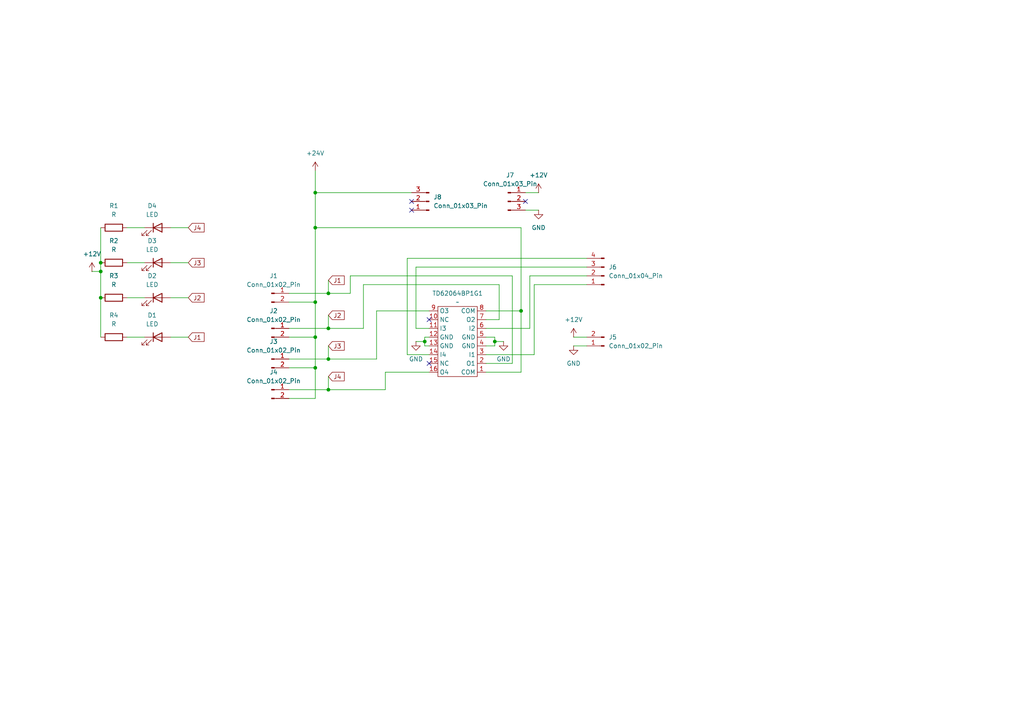
<source format=kicad_sch>
(kicad_sch
	(version 20231120)
	(generator "eeschema")
	(generator_version "8.0")
	(uuid "643de550-5f0e-4152-a015-9c955326e11c")
	(paper "A4")
	(lib_symbols
		(symbol "Connector:Conn_01x02_Pin"
			(pin_names
				(offset 1.016) hide)
			(exclude_from_sim no)
			(in_bom yes)
			(on_board yes)
			(property "Reference" "J"
				(at 0 2.54 0)
				(effects
					(font
						(size 1.27 1.27)
					)
				)
			)
			(property "Value" "Conn_01x02_Pin"
				(at 0 -5.08 0)
				(effects
					(font
						(size 1.27 1.27)
					)
				)
			)
			(property "Footprint" ""
				(at 0 0 0)
				(effects
					(font
						(size 1.27 1.27)
					)
					(hide yes)
				)
			)
			(property "Datasheet" "~"
				(at 0 0 0)
				(effects
					(font
						(size 1.27 1.27)
					)
					(hide yes)
				)
			)
			(property "Description" "Generic connector, single row, 01x02, script generated"
				(at 0 0 0)
				(effects
					(font
						(size 1.27 1.27)
					)
					(hide yes)
				)
			)
			(property "ki_locked" ""
				(at 0 0 0)
				(effects
					(font
						(size 1.27 1.27)
					)
				)
			)
			(property "ki_keywords" "connector"
				(at 0 0 0)
				(effects
					(font
						(size 1.27 1.27)
					)
					(hide yes)
				)
			)
			(property "ki_fp_filters" "Connector*:*_1x??_*"
				(at 0 0 0)
				(effects
					(font
						(size 1.27 1.27)
					)
					(hide yes)
				)
			)
			(symbol "Conn_01x02_Pin_1_1"
				(polyline
					(pts
						(xy 1.27 -2.54) (xy 0.8636 -2.54)
					)
					(stroke
						(width 0.1524)
						(type default)
					)
					(fill
						(type none)
					)
				)
				(polyline
					(pts
						(xy 1.27 0) (xy 0.8636 0)
					)
					(stroke
						(width 0.1524)
						(type default)
					)
					(fill
						(type none)
					)
				)
				(rectangle
					(start 0.8636 -2.413)
					(end 0 -2.667)
					(stroke
						(width 0.1524)
						(type default)
					)
					(fill
						(type outline)
					)
				)
				(rectangle
					(start 0.8636 0.127)
					(end 0 -0.127)
					(stroke
						(width 0.1524)
						(type default)
					)
					(fill
						(type outline)
					)
				)
				(pin passive line
					(at 5.08 0 180)
					(length 3.81)
					(name "Pin_1"
						(effects
							(font
								(size 1.27 1.27)
							)
						)
					)
					(number "1"
						(effects
							(font
								(size 1.27 1.27)
							)
						)
					)
				)
				(pin passive line
					(at 5.08 -2.54 180)
					(length 3.81)
					(name "Pin_2"
						(effects
							(font
								(size 1.27 1.27)
							)
						)
					)
					(number "2"
						(effects
							(font
								(size 1.27 1.27)
							)
						)
					)
				)
			)
		)
		(symbol "Connector:Conn_01x03_Pin"
			(pin_names
				(offset 1.016) hide)
			(exclude_from_sim no)
			(in_bom yes)
			(on_board yes)
			(property "Reference" "J"
				(at 0 5.08 0)
				(effects
					(font
						(size 1.27 1.27)
					)
				)
			)
			(property "Value" "Conn_01x03_Pin"
				(at 0 -5.08 0)
				(effects
					(font
						(size 1.27 1.27)
					)
				)
			)
			(property "Footprint" ""
				(at 0 0 0)
				(effects
					(font
						(size 1.27 1.27)
					)
					(hide yes)
				)
			)
			(property "Datasheet" "~"
				(at 0 0 0)
				(effects
					(font
						(size 1.27 1.27)
					)
					(hide yes)
				)
			)
			(property "Description" "Generic connector, single row, 01x03, script generated"
				(at 0 0 0)
				(effects
					(font
						(size 1.27 1.27)
					)
					(hide yes)
				)
			)
			(property "ki_locked" ""
				(at 0 0 0)
				(effects
					(font
						(size 1.27 1.27)
					)
				)
			)
			(property "ki_keywords" "connector"
				(at 0 0 0)
				(effects
					(font
						(size 1.27 1.27)
					)
					(hide yes)
				)
			)
			(property "ki_fp_filters" "Connector*:*_1x??_*"
				(at 0 0 0)
				(effects
					(font
						(size 1.27 1.27)
					)
					(hide yes)
				)
			)
			(symbol "Conn_01x03_Pin_1_1"
				(polyline
					(pts
						(xy 1.27 -2.54) (xy 0.8636 -2.54)
					)
					(stroke
						(width 0.1524)
						(type default)
					)
					(fill
						(type none)
					)
				)
				(polyline
					(pts
						(xy 1.27 0) (xy 0.8636 0)
					)
					(stroke
						(width 0.1524)
						(type default)
					)
					(fill
						(type none)
					)
				)
				(polyline
					(pts
						(xy 1.27 2.54) (xy 0.8636 2.54)
					)
					(stroke
						(width 0.1524)
						(type default)
					)
					(fill
						(type none)
					)
				)
				(rectangle
					(start 0.8636 -2.413)
					(end 0 -2.667)
					(stroke
						(width 0.1524)
						(type default)
					)
					(fill
						(type outline)
					)
				)
				(rectangle
					(start 0.8636 0.127)
					(end 0 -0.127)
					(stroke
						(width 0.1524)
						(type default)
					)
					(fill
						(type outline)
					)
				)
				(rectangle
					(start 0.8636 2.667)
					(end 0 2.413)
					(stroke
						(width 0.1524)
						(type default)
					)
					(fill
						(type outline)
					)
				)
				(pin passive line
					(at 5.08 2.54 180)
					(length 3.81)
					(name "Pin_1"
						(effects
							(font
								(size 1.27 1.27)
							)
						)
					)
					(number "1"
						(effects
							(font
								(size 1.27 1.27)
							)
						)
					)
				)
				(pin passive line
					(at 5.08 0 180)
					(length 3.81)
					(name "Pin_2"
						(effects
							(font
								(size 1.27 1.27)
							)
						)
					)
					(number "2"
						(effects
							(font
								(size 1.27 1.27)
							)
						)
					)
				)
				(pin passive line
					(at 5.08 -2.54 180)
					(length 3.81)
					(name "Pin_3"
						(effects
							(font
								(size 1.27 1.27)
							)
						)
					)
					(number "3"
						(effects
							(font
								(size 1.27 1.27)
							)
						)
					)
				)
			)
		)
		(symbol "Connector:Conn_01x04_Pin"
			(pin_names
				(offset 1.016) hide)
			(exclude_from_sim no)
			(in_bom yes)
			(on_board yes)
			(property "Reference" "J"
				(at 0 5.08 0)
				(effects
					(font
						(size 1.27 1.27)
					)
				)
			)
			(property "Value" "Conn_01x04_Pin"
				(at 0 -7.62 0)
				(effects
					(font
						(size 1.27 1.27)
					)
				)
			)
			(property "Footprint" ""
				(at 0 0 0)
				(effects
					(font
						(size 1.27 1.27)
					)
					(hide yes)
				)
			)
			(property "Datasheet" "~"
				(at 0 0 0)
				(effects
					(font
						(size 1.27 1.27)
					)
					(hide yes)
				)
			)
			(property "Description" "Generic connector, single row, 01x04, script generated"
				(at 0 0 0)
				(effects
					(font
						(size 1.27 1.27)
					)
					(hide yes)
				)
			)
			(property "ki_locked" ""
				(at 0 0 0)
				(effects
					(font
						(size 1.27 1.27)
					)
				)
			)
			(property "ki_keywords" "connector"
				(at 0 0 0)
				(effects
					(font
						(size 1.27 1.27)
					)
					(hide yes)
				)
			)
			(property "ki_fp_filters" "Connector*:*_1x??_*"
				(at 0 0 0)
				(effects
					(font
						(size 1.27 1.27)
					)
					(hide yes)
				)
			)
			(symbol "Conn_01x04_Pin_1_1"
				(polyline
					(pts
						(xy 1.27 -5.08) (xy 0.8636 -5.08)
					)
					(stroke
						(width 0.1524)
						(type default)
					)
					(fill
						(type none)
					)
				)
				(polyline
					(pts
						(xy 1.27 -2.54) (xy 0.8636 -2.54)
					)
					(stroke
						(width 0.1524)
						(type default)
					)
					(fill
						(type none)
					)
				)
				(polyline
					(pts
						(xy 1.27 0) (xy 0.8636 0)
					)
					(stroke
						(width 0.1524)
						(type default)
					)
					(fill
						(type none)
					)
				)
				(polyline
					(pts
						(xy 1.27 2.54) (xy 0.8636 2.54)
					)
					(stroke
						(width 0.1524)
						(type default)
					)
					(fill
						(type none)
					)
				)
				(rectangle
					(start 0.8636 -4.953)
					(end 0 -5.207)
					(stroke
						(width 0.1524)
						(type default)
					)
					(fill
						(type outline)
					)
				)
				(rectangle
					(start 0.8636 -2.413)
					(end 0 -2.667)
					(stroke
						(width 0.1524)
						(type default)
					)
					(fill
						(type outline)
					)
				)
				(rectangle
					(start 0.8636 0.127)
					(end 0 -0.127)
					(stroke
						(width 0.1524)
						(type default)
					)
					(fill
						(type outline)
					)
				)
				(rectangle
					(start 0.8636 2.667)
					(end 0 2.413)
					(stroke
						(width 0.1524)
						(type default)
					)
					(fill
						(type outline)
					)
				)
				(pin passive line
					(at 5.08 2.54 180)
					(length 3.81)
					(name "Pin_1"
						(effects
							(font
								(size 1.27 1.27)
							)
						)
					)
					(number "1"
						(effects
							(font
								(size 1.27 1.27)
							)
						)
					)
				)
				(pin passive line
					(at 5.08 0 180)
					(length 3.81)
					(name "Pin_2"
						(effects
							(font
								(size 1.27 1.27)
							)
						)
					)
					(number "2"
						(effects
							(font
								(size 1.27 1.27)
							)
						)
					)
				)
				(pin passive line
					(at 5.08 -2.54 180)
					(length 3.81)
					(name "Pin_3"
						(effects
							(font
								(size 1.27 1.27)
							)
						)
					)
					(number "3"
						(effects
							(font
								(size 1.27 1.27)
							)
						)
					)
				)
				(pin passive line
					(at 5.08 -5.08 180)
					(length 3.81)
					(name "Pin_4"
						(effects
							(font
								(size 1.27 1.27)
							)
						)
					)
					(number "4"
						(effects
							(font
								(size 1.27 1.27)
							)
						)
					)
				)
			)
		)
		(symbol "Device:LED"
			(pin_numbers hide)
			(pin_names
				(offset 1.016) hide)
			(exclude_from_sim no)
			(in_bom yes)
			(on_board yes)
			(property "Reference" "D"
				(at 0 2.54 0)
				(effects
					(font
						(size 1.27 1.27)
					)
				)
			)
			(property "Value" "LED"
				(at 0 -2.54 0)
				(effects
					(font
						(size 1.27 1.27)
					)
				)
			)
			(property "Footprint" ""
				(at 0 0 0)
				(effects
					(font
						(size 1.27 1.27)
					)
					(hide yes)
				)
			)
			(property "Datasheet" "~"
				(at 0 0 0)
				(effects
					(font
						(size 1.27 1.27)
					)
					(hide yes)
				)
			)
			(property "Description" "Light emitting diode"
				(at 0 0 0)
				(effects
					(font
						(size 1.27 1.27)
					)
					(hide yes)
				)
			)
			(property "ki_keywords" "LED diode"
				(at 0 0 0)
				(effects
					(font
						(size 1.27 1.27)
					)
					(hide yes)
				)
			)
			(property "ki_fp_filters" "LED* LED_SMD:* LED_THT:*"
				(at 0 0 0)
				(effects
					(font
						(size 1.27 1.27)
					)
					(hide yes)
				)
			)
			(symbol "LED_0_1"
				(polyline
					(pts
						(xy -1.27 -1.27) (xy -1.27 1.27)
					)
					(stroke
						(width 0.254)
						(type default)
					)
					(fill
						(type none)
					)
				)
				(polyline
					(pts
						(xy -1.27 0) (xy 1.27 0)
					)
					(stroke
						(width 0)
						(type default)
					)
					(fill
						(type none)
					)
				)
				(polyline
					(pts
						(xy 1.27 -1.27) (xy 1.27 1.27) (xy -1.27 0) (xy 1.27 -1.27)
					)
					(stroke
						(width 0.254)
						(type default)
					)
					(fill
						(type none)
					)
				)
				(polyline
					(pts
						(xy -3.048 -0.762) (xy -4.572 -2.286) (xy -3.81 -2.286) (xy -4.572 -2.286) (xy -4.572 -1.524)
					)
					(stroke
						(width 0)
						(type default)
					)
					(fill
						(type none)
					)
				)
				(polyline
					(pts
						(xy -1.778 -0.762) (xy -3.302 -2.286) (xy -2.54 -2.286) (xy -3.302 -2.286) (xy -3.302 -1.524)
					)
					(stroke
						(width 0)
						(type default)
					)
					(fill
						(type none)
					)
				)
			)
			(symbol "LED_1_1"
				(pin passive line
					(at -3.81 0 0)
					(length 2.54)
					(name "K"
						(effects
							(font
								(size 1.27 1.27)
							)
						)
					)
					(number "1"
						(effects
							(font
								(size 1.27 1.27)
							)
						)
					)
				)
				(pin passive line
					(at 3.81 0 180)
					(length 2.54)
					(name "A"
						(effects
							(font
								(size 1.27 1.27)
							)
						)
					)
					(number "2"
						(effects
							(font
								(size 1.27 1.27)
							)
						)
					)
				)
			)
		)
		(symbol "Device:R"
			(pin_numbers hide)
			(pin_names
				(offset 0)
			)
			(exclude_from_sim no)
			(in_bom yes)
			(on_board yes)
			(property "Reference" "R"
				(at 2.032 0 90)
				(effects
					(font
						(size 1.27 1.27)
					)
				)
			)
			(property "Value" "R"
				(at 0 0 90)
				(effects
					(font
						(size 1.27 1.27)
					)
				)
			)
			(property "Footprint" ""
				(at -1.778 0 90)
				(effects
					(font
						(size 1.27 1.27)
					)
					(hide yes)
				)
			)
			(property "Datasheet" "~"
				(at 0 0 0)
				(effects
					(font
						(size 1.27 1.27)
					)
					(hide yes)
				)
			)
			(property "Description" "Resistor"
				(at 0 0 0)
				(effects
					(font
						(size 1.27 1.27)
					)
					(hide yes)
				)
			)
			(property "ki_keywords" "R res resistor"
				(at 0 0 0)
				(effects
					(font
						(size 1.27 1.27)
					)
					(hide yes)
				)
			)
			(property "ki_fp_filters" "R_*"
				(at 0 0 0)
				(effects
					(font
						(size 1.27 1.27)
					)
					(hide yes)
				)
			)
			(symbol "R_0_1"
				(rectangle
					(start -1.016 -2.54)
					(end 1.016 2.54)
					(stroke
						(width 0.254)
						(type default)
					)
					(fill
						(type none)
					)
				)
			)
			(symbol "R_1_1"
				(pin passive line
					(at 0 3.81 270)
					(length 1.27)
					(name "~"
						(effects
							(font
								(size 1.27 1.27)
							)
						)
					)
					(number "1"
						(effects
							(font
								(size 1.27 1.27)
							)
						)
					)
				)
				(pin passive line
					(at 0 -3.81 90)
					(length 1.27)
					(name "~"
						(effects
							(font
								(size 1.27 1.27)
							)
						)
					)
					(number "2"
						(effects
							(font
								(size 1.27 1.27)
							)
						)
					)
				)
			)
		)
		(symbol "original:TD62064BP1G"
			(exclude_from_sim no)
			(in_bom yes)
			(on_board yes)
			(property "Reference" "TD62064BP1G"
				(at 6.35 6.35 0)
				(effects
					(font
						(size 1.27 1.27)
					)
				)
			)
			(property "Value" ""
				(at 0 0 0)
				(effects
					(font
						(size 1.27 1.27)
					)
				)
			)
			(property "Footprint" "Package_DIP:DIP-16_W7.62mm_Socket"
				(at 6.35 3.81 0)
				(effects
					(font
						(size 1.27 1.27)
					)
					(hide yes)
				)
			)
			(property "Datasheet" ""
				(at 0 0 0)
				(effects
					(font
						(size 1.27 1.27)
					)
					(hide yes)
				)
			)
			(property "Description" ""
				(at 0 0 0)
				(effects
					(font
						(size 1.27 1.27)
					)
					(hide yes)
				)
			)
			(symbol "TD62064BP1G_0_1"
				(rectangle
					(start 1.27 1.27)
					(end 12.7 -19.05)
					(stroke
						(width 0)
						(type default)
					)
					(fill
						(type none)
					)
				)
			)
			(symbol "TD62064BP1G_1_1"
				(pin input line
					(at 15.24 -17.78 180)
					(length 2.54)
					(name "COM"
						(effects
							(font
								(size 1.27 1.27)
							)
						)
					)
					(number "1"
						(effects
							(font
								(size 1.27 1.27)
							)
						)
					)
				)
				(pin free line
					(at -1.27 -2.54 0)
					(length 2.54)
					(name "NC"
						(effects
							(font
								(size 1.27 1.27)
							)
						)
					)
					(number "10"
						(effects
							(font
								(size 1.27 1.27)
							)
						)
					)
				)
				(pin input line
					(at -1.27 -5.08 0)
					(length 2.54)
					(name "I3"
						(effects
							(font
								(size 1.27 1.27)
							)
						)
					)
					(number "11"
						(effects
							(font
								(size 1.27 1.27)
							)
						)
					)
				)
				(pin free line
					(at -1.27 -7.62 0)
					(length 2.54)
					(name "GND"
						(effects
							(font
								(size 1.27 1.27)
							)
						)
					)
					(number "12"
						(effects
							(font
								(size 1.27 1.27)
							)
						)
					)
				)
				(pin free line
					(at -1.27 -10.16 0)
					(length 2.54)
					(name "GND"
						(effects
							(font
								(size 1.27 1.27)
							)
						)
					)
					(number "13"
						(effects
							(font
								(size 1.27 1.27)
							)
						)
					)
				)
				(pin input line
					(at -1.27 -12.7 0)
					(length 2.54)
					(name "I4"
						(effects
							(font
								(size 1.27 1.27)
							)
						)
					)
					(number "14"
						(effects
							(font
								(size 1.27 1.27)
							)
						)
					)
				)
				(pin free line
					(at -1.27 -15.24 0)
					(length 2.54)
					(name "NC"
						(effects
							(font
								(size 1.27 1.27)
							)
						)
					)
					(number "15"
						(effects
							(font
								(size 1.27 1.27)
							)
						)
					)
				)
				(pin output line
					(at -1.27 -17.78 0)
					(length 2.54)
					(name "O4"
						(effects
							(font
								(size 1.27 1.27)
							)
						)
					)
					(number "16"
						(effects
							(font
								(size 1.27 1.27)
							)
						)
					)
				)
				(pin output line
					(at 15.24 -15.24 180)
					(length 2.54)
					(name "O1"
						(effects
							(font
								(size 1.27 1.27)
							)
						)
					)
					(number "2"
						(effects
							(font
								(size 1.27 1.27)
							)
						)
					)
				)
				(pin input line
					(at 15.24 -12.7 180)
					(length 2.54)
					(name "I1"
						(effects
							(font
								(size 1.27 1.27)
							)
						)
					)
					(number "3"
						(effects
							(font
								(size 1.27 1.27)
							)
						)
					)
				)
				(pin free line
					(at 15.24 -10.16 180)
					(length 2.54)
					(name "GND"
						(effects
							(font
								(size 1.27 1.27)
							)
						)
					)
					(number "4"
						(effects
							(font
								(size 1.27 1.27)
							)
						)
					)
				)
				(pin free line
					(at 15.24 -7.62 180)
					(length 2.54)
					(name "GND"
						(effects
							(font
								(size 1.27 1.27)
							)
						)
					)
					(number "5"
						(effects
							(font
								(size 1.27 1.27)
							)
						)
					)
				)
				(pin input line
					(at 15.24 -5.08 180)
					(length 2.54)
					(name "I2"
						(effects
							(font
								(size 1.27 1.27)
							)
						)
					)
					(number "6"
						(effects
							(font
								(size 1.27 1.27)
							)
						)
					)
				)
				(pin output line
					(at 15.24 -2.54 180)
					(length 2.54)
					(name "O2"
						(effects
							(font
								(size 1.27 1.27)
							)
						)
					)
					(number "7"
						(effects
							(font
								(size 1.27 1.27)
							)
						)
					)
				)
				(pin input line
					(at 15.24 0 180)
					(length 2.54)
					(name "COM"
						(effects
							(font
								(size 1.27 1.27)
							)
						)
					)
					(number "8"
						(effects
							(font
								(size 1.27 1.27)
							)
						)
					)
				)
				(pin output line
					(at -1.27 0 0)
					(length 2.54)
					(name "O3"
						(effects
							(font
								(size 1.27 1.27)
							)
						)
					)
					(number "9"
						(effects
							(font
								(size 1.27 1.27)
							)
						)
					)
				)
			)
		)
		(symbol "power:+12V"
			(power)
			(pin_numbers hide)
			(pin_names
				(offset 0) hide)
			(exclude_from_sim no)
			(in_bom yes)
			(on_board yes)
			(property "Reference" "#PWR"
				(at 0 -3.81 0)
				(effects
					(font
						(size 1.27 1.27)
					)
					(hide yes)
				)
			)
			(property "Value" "+12V"
				(at 0 3.556 0)
				(effects
					(font
						(size 1.27 1.27)
					)
				)
			)
			(property "Footprint" ""
				(at 0 0 0)
				(effects
					(font
						(size 1.27 1.27)
					)
					(hide yes)
				)
			)
			(property "Datasheet" ""
				(at 0 0 0)
				(effects
					(font
						(size 1.27 1.27)
					)
					(hide yes)
				)
			)
			(property "Description" "Power symbol creates a global label with name \"+12V\""
				(at 0 0 0)
				(effects
					(font
						(size 1.27 1.27)
					)
					(hide yes)
				)
			)
			(property "ki_keywords" "global power"
				(at 0 0 0)
				(effects
					(font
						(size 1.27 1.27)
					)
					(hide yes)
				)
			)
			(symbol "+12V_0_1"
				(polyline
					(pts
						(xy -0.762 1.27) (xy 0 2.54)
					)
					(stroke
						(width 0)
						(type default)
					)
					(fill
						(type none)
					)
				)
				(polyline
					(pts
						(xy 0 0) (xy 0 2.54)
					)
					(stroke
						(width 0)
						(type default)
					)
					(fill
						(type none)
					)
				)
				(polyline
					(pts
						(xy 0 2.54) (xy 0.762 1.27)
					)
					(stroke
						(width 0)
						(type default)
					)
					(fill
						(type none)
					)
				)
			)
			(symbol "+12V_1_1"
				(pin power_in line
					(at 0 0 90)
					(length 0)
					(name "~"
						(effects
							(font
								(size 1.27 1.27)
							)
						)
					)
					(number "1"
						(effects
							(font
								(size 1.27 1.27)
							)
						)
					)
				)
			)
		)
		(symbol "power:+24V"
			(power)
			(pin_numbers hide)
			(pin_names
				(offset 0) hide)
			(exclude_from_sim no)
			(in_bom yes)
			(on_board yes)
			(property "Reference" "#PWR"
				(at 0 -3.81 0)
				(effects
					(font
						(size 1.27 1.27)
					)
					(hide yes)
				)
			)
			(property "Value" "+24V"
				(at 0 3.556 0)
				(effects
					(font
						(size 1.27 1.27)
					)
				)
			)
			(property "Footprint" ""
				(at 0 0 0)
				(effects
					(font
						(size 1.27 1.27)
					)
					(hide yes)
				)
			)
			(property "Datasheet" ""
				(at 0 0 0)
				(effects
					(font
						(size 1.27 1.27)
					)
					(hide yes)
				)
			)
			(property "Description" "Power symbol creates a global label with name \"+24V\""
				(at 0 0 0)
				(effects
					(font
						(size 1.27 1.27)
					)
					(hide yes)
				)
			)
			(property "ki_keywords" "global power"
				(at 0 0 0)
				(effects
					(font
						(size 1.27 1.27)
					)
					(hide yes)
				)
			)
			(symbol "+24V_0_1"
				(polyline
					(pts
						(xy -0.762 1.27) (xy 0 2.54)
					)
					(stroke
						(width 0)
						(type default)
					)
					(fill
						(type none)
					)
				)
				(polyline
					(pts
						(xy 0 0) (xy 0 2.54)
					)
					(stroke
						(width 0)
						(type default)
					)
					(fill
						(type none)
					)
				)
				(polyline
					(pts
						(xy 0 2.54) (xy 0.762 1.27)
					)
					(stroke
						(width 0)
						(type default)
					)
					(fill
						(type none)
					)
				)
			)
			(symbol "+24V_1_1"
				(pin power_in line
					(at 0 0 90)
					(length 0)
					(name "~"
						(effects
							(font
								(size 1.27 1.27)
							)
						)
					)
					(number "1"
						(effects
							(font
								(size 1.27 1.27)
							)
						)
					)
				)
			)
		)
		(symbol "power:GND"
			(power)
			(pin_numbers hide)
			(pin_names
				(offset 0) hide)
			(exclude_from_sim no)
			(in_bom yes)
			(on_board yes)
			(property "Reference" "#PWR"
				(at 0 -6.35 0)
				(effects
					(font
						(size 1.27 1.27)
					)
					(hide yes)
				)
			)
			(property "Value" "GND"
				(at 0 -3.81 0)
				(effects
					(font
						(size 1.27 1.27)
					)
				)
			)
			(property "Footprint" ""
				(at 0 0 0)
				(effects
					(font
						(size 1.27 1.27)
					)
					(hide yes)
				)
			)
			(property "Datasheet" ""
				(at 0 0 0)
				(effects
					(font
						(size 1.27 1.27)
					)
					(hide yes)
				)
			)
			(property "Description" "Power symbol creates a global label with name \"GND\" , ground"
				(at 0 0 0)
				(effects
					(font
						(size 1.27 1.27)
					)
					(hide yes)
				)
			)
			(property "ki_keywords" "global power"
				(at 0 0 0)
				(effects
					(font
						(size 1.27 1.27)
					)
					(hide yes)
				)
			)
			(symbol "GND_0_1"
				(polyline
					(pts
						(xy 0 0) (xy 0 -1.27) (xy 1.27 -1.27) (xy 0 -2.54) (xy -1.27 -1.27) (xy 0 -1.27)
					)
					(stroke
						(width 0)
						(type default)
					)
					(fill
						(type none)
					)
				)
			)
			(symbol "GND_1_1"
				(pin power_in line
					(at 0 0 270)
					(length 0)
					(name "~"
						(effects
							(font
								(size 1.27 1.27)
							)
						)
					)
					(number "1"
						(effects
							(font
								(size 1.27 1.27)
							)
						)
					)
				)
			)
		)
	)
	(junction
		(at 91.44 87.63)
		(diameter 0)
		(color 0 0 0 0)
		(uuid "0fffddfb-25bd-4739-ace6-34bb1f3882dd")
	)
	(junction
		(at 29.21 76.2)
		(diameter 0)
		(color 0 0 0 0)
		(uuid "1c766d4c-92f2-49b7-9bbc-e4957ffc8bfa")
	)
	(junction
		(at 151.13 90.17)
		(diameter 0)
		(color 0 0 0 0)
		(uuid "288749fc-6751-4a8f-8050-9b8e100d1481")
	)
	(junction
		(at 95.25 104.14)
		(diameter 0)
		(color 0 0 0 0)
		(uuid "2e6d02c3-5925-4bc2-b7c0-dcc91a2f572c")
	)
	(junction
		(at 95.25 113.03)
		(diameter 0)
		(color 0 0 0 0)
		(uuid "57b36c57-8954-49da-bfc2-9c7571331762")
	)
	(junction
		(at 95.25 95.25)
		(diameter 0)
		(color 0 0 0 0)
		(uuid "7b04b6ab-b2be-450c-b278-1495a9c2f9f5")
	)
	(junction
		(at 29.21 78.74)
		(diameter 0)
		(color 0 0 0 0)
		(uuid "7b95f74c-1709-444a-bdd6-7fba2a19aea8")
	)
	(junction
		(at 123.19 99.06)
		(diameter 0)
		(color 0 0 0 0)
		(uuid "acfd01e8-8c40-4301-85bc-0c829976ad21")
	)
	(junction
		(at 95.25 85.09)
		(diameter 0)
		(color 0 0 0 0)
		(uuid "b054adf8-dee7-4b34-aa37-04f55f7b899d")
	)
	(junction
		(at 91.44 66.04)
		(diameter 0)
		(color 0 0 0 0)
		(uuid "cec7a1c6-ec8d-4a9d-b059-b0b5c51c156c")
	)
	(junction
		(at 143.51 99.06)
		(diameter 0)
		(color 0 0 0 0)
		(uuid "d5663a2a-186a-42fb-af29-16bdb497c751")
	)
	(junction
		(at 29.21 86.36)
		(diameter 0)
		(color 0 0 0 0)
		(uuid "d59b1d2b-31c5-4a69-b874-047f511e6a23")
	)
	(junction
		(at 91.44 97.79)
		(diameter 0)
		(color 0 0 0 0)
		(uuid "ed115b27-3814-4ee4-84ee-f7298ab1cabb")
	)
	(junction
		(at 91.44 55.88)
		(diameter 0)
		(color 0 0 0 0)
		(uuid "f060d630-b8d5-4af0-9a2a-a0d56aca8cda")
	)
	(junction
		(at 91.44 106.68)
		(diameter 0)
		(color 0 0 0 0)
		(uuid "f81755eb-49f5-4cb8-a667-3db7f2b1c2c6")
	)
	(no_connect
		(at 152.4 58.42)
		(uuid "354f725e-516e-4ace-8136-09c3be22e8d3")
	)
	(no_connect
		(at 124.46 92.71)
		(uuid "75d2b765-f76f-4350-bce7-b34b43400df1")
	)
	(no_connect
		(at 119.38 60.96)
		(uuid "8338e7fa-8ab9-490e-9ce8-8b4dedf8c7f1")
	)
	(no_connect
		(at 119.38 58.42)
		(uuid "939e3f30-78aa-469a-a08f-7db4b21aac3e")
	)
	(no_connect
		(at 124.46 105.41)
		(uuid "ae578136-dde0-40b5-bdcb-949810f56f40")
	)
	(wire
		(pts
			(xy 166.37 97.79) (xy 170.18 97.79)
		)
		(stroke
			(width 0)
			(type default)
		)
		(uuid "0061fda8-5131-4f2d-a3b4-cb40320fe9ea")
	)
	(wire
		(pts
			(xy 140.97 97.79) (xy 143.51 97.79)
		)
		(stroke
			(width 0)
			(type default)
		)
		(uuid "007b54ef-c747-4b32-967c-b77fc7cc7b78")
	)
	(wire
		(pts
			(xy 29.21 78.74) (xy 29.21 86.36)
		)
		(stroke
			(width 0)
			(type default)
		)
		(uuid "02d8eda2-7a85-450a-bc69-3010ff6dec42")
	)
	(wire
		(pts
			(xy 91.44 55.88) (xy 91.44 66.04)
		)
		(stroke
			(width 0)
			(type default)
		)
		(uuid "047b0c48-5426-4286-9bd9-2b07d29862e4")
	)
	(wire
		(pts
			(xy 153.67 95.25) (xy 153.67 80.01)
		)
		(stroke
			(width 0)
			(type default)
		)
		(uuid "05783353-c1f9-4fb6-a327-b33b8acd633b")
	)
	(wire
		(pts
			(xy 144.78 92.71) (xy 144.78 82.55)
		)
		(stroke
			(width 0)
			(type default)
		)
		(uuid "0cc72291-f3ab-401a-8a4b-bccf283db222")
	)
	(wire
		(pts
			(xy 143.51 97.79) (xy 143.51 99.06)
		)
		(stroke
			(width 0)
			(type default)
		)
		(uuid "1162e2d6-f138-4150-8e9b-466a3e423221")
	)
	(wire
		(pts
			(xy 101.6 80.01) (xy 148.59 80.01)
		)
		(stroke
			(width 0)
			(type default)
		)
		(uuid "172c17f0-850f-4443-a92b-376c5fa63eed")
	)
	(wire
		(pts
			(xy 91.44 66.04) (xy 91.44 87.63)
		)
		(stroke
			(width 0)
			(type default)
		)
		(uuid "18f737f2-2632-4f6b-9f25-fa7fc1a80e5b")
	)
	(wire
		(pts
			(xy 26.67 78.74) (xy 29.21 78.74)
		)
		(stroke
			(width 0)
			(type default)
		)
		(uuid "1ded9ac3-c765-4297-8d94-e301ba9931cc")
	)
	(wire
		(pts
			(xy 29.21 76.2) (xy 29.21 78.74)
		)
		(stroke
			(width 0)
			(type default)
		)
		(uuid "21315136-be5f-4576-8261-4c06a1bf7802")
	)
	(wire
		(pts
			(xy 49.53 97.79) (xy 54.61 97.79)
		)
		(stroke
			(width 0)
			(type default)
		)
		(uuid "25051d3b-b126-4ca8-a53d-6f778f9f282b")
	)
	(wire
		(pts
			(xy 140.97 100.33) (xy 143.51 100.33)
		)
		(stroke
			(width 0)
			(type default)
		)
		(uuid "2e5a03fe-0171-45cb-9e69-3b28ad0edc31")
	)
	(wire
		(pts
			(xy 123.19 100.33) (xy 124.46 100.33)
		)
		(stroke
			(width 0)
			(type default)
		)
		(uuid "30a8fef6-0fb6-482e-86bd-64c994c10482")
	)
	(wire
		(pts
			(xy 83.82 97.79) (xy 91.44 97.79)
		)
		(stroke
			(width 0)
			(type default)
		)
		(uuid "34026ca3-9c93-4dfc-8bec-dbb2b2a0c1d3")
	)
	(wire
		(pts
			(xy 95.25 109.22) (xy 95.25 113.03)
		)
		(stroke
			(width 0)
			(type default)
		)
		(uuid "3433ade6-19c3-4e58-b1bc-d5ab69a8f2d1")
	)
	(wire
		(pts
			(xy 124.46 95.25) (xy 120.65 95.25)
		)
		(stroke
			(width 0)
			(type default)
		)
		(uuid "3442aecc-c660-454f-816a-f2b34b16b83f")
	)
	(wire
		(pts
			(xy 36.83 97.79) (xy 41.91 97.79)
		)
		(stroke
			(width 0)
			(type default)
		)
		(uuid "3e20cc38-fe5f-475e-8973-5074338b86ae")
	)
	(wire
		(pts
			(xy 91.44 115.57) (xy 83.82 115.57)
		)
		(stroke
			(width 0)
			(type default)
		)
		(uuid "40f7d649-81c5-4ab0-b208-6af10f5ae0cb")
	)
	(wire
		(pts
			(xy 140.97 90.17) (xy 151.13 90.17)
		)
		(stroke
			(width 0)
			(type default)
		)
		(uuid "42742a6e-c6cd-4ccc-905f-60d1d4b79d51")
	)
	(wire
		(pts
			(xy 95.25 95.25) (xy 105.41 95.25)
		)
		(stroke
			(width 0)
			(type default)
		)
		(uuid "44dddb09-57ae-4dfc-8a33-d92fba665e83")
	)
	(wire
		(pts
			(xy 140.97 102.87) (xy 154.94 102.87)
		)
		(stroke
			(width 0)
			(type default)
		)
		(uuid "45218110-924c-4159-92c3-3e72d98010cc")
	)
	(wire
		(pts
			(xy 120.65 99.06) (xy 123.19 99.06)
		)
		(stroke
			(width 0)
			(type default)
		)
		(uuid "47f95d1e-ce3b-4a8a-99e9-75cb7d68409f")
	)
	(wire
		(pts
			(xy 118.11 74.93) (xy 170.18 74.93)
		)
		(stroke
			(width 0)
			(type default)
		)
		(uuid "487ef42e-0fff-4077-9725-09408718890e")
	)
	(wire
		(pts
			(xy 124.46 90.17) (xy 109.22 90.17)
		)
		(stroke
			(width 0)
			(type default)
		)
		(uuid "48a608ef-8bb2-4cd6-9a0d-aaada6df774a")
	)
	(wire
		(pts
			(xy 36.83 86.36) (xy 41.91 86.36)
		)
		(stroke
			(width 0)
			(type default)
		)
		(uuid "490f238b-ea6d-4663-bdf5-79b7c61e8f5b")
	)
	(wire
		(pts
			(xy 95.25 100.33) (xy 95.25 104.14)
		)
		(stroke
			(width 0)
			(type default)
		)
		(uuid "4a41983c-6de1-4bd4-b6ac-437d33defcc3")
	)
	(wire
		(pts
			(xy 83.82 95.25) (xy 95.25 95.25)
		)
		(stroke
			(width 0)
			(type default)
		)
		(uuid "5394f442-a83d-4691-8fcb-86e0f73cf77d")
	)
	(wire
		(pts
			(xy 120.65 95.25) (xy 120.65 77.47)
		)
		(stroke
			(width 0)
			(type default)
		)
		(uuid "5492d8b1-083a-45f0-871f-8127ec070865")
	)
	(wire
		(pts
			(xy 154.94 102.87) (xy 154.94 82.55)
		)
		(stroke
			(width 0)
			(type default)
		)
		(uuid "55bbdc2b-0afc-459c-943e-d491697a77d0")
	)
	(wire
		(pts
			(xy 111.76 113.03) (xy 95.25 113.03)
		)
		(stroke
			(width 0)
			(type default)
		)
		(uuid "5c3f78b8-7b1a-4481-a203-d27b93797848")
	)
	(wire
		(pts
			(xy 49.53 76.2) (xy 54.61 76.2)
		)
		(stroke
			(width 0)
			(type default)
		)
		(uuid "5ce1e151-1270-47d9-a128-1dbec67d8235")
	)
	(wire
		(pts
			(xy 124.46 107.95) (xy 111.76 107.95)
		)
		(stroke
			(width 0)
			(type default)
		)
		(uuid "691b1a0e-ea48-4495-87b4-62b776932c4f")
	)
	(wire
		(pts
			(xy 151.13 90.17) (xy 151.13 66.04)
		)
		(stroke
			(width 0)
			(type default)
		)
		(uuid "69adeee3-e421-4277-9c88-aa8f5584359b")
	)
	(wire
		(pts
			(xy 166.37 100.33) (xy 170.18 100.33)
		)
		(stroke
			(width 0)
			(type default)
		)
		(uuid "6b3b0ed0-609c-4ca7-ba81-dc6172fb57aa")
	)
	(wire
		(pts
			(xy 95.25 113.03) (xy 83.82 113.03)
		)
		(stroke
			(width 0)
			(type default)
		)
		(uuid "6e93342f-e8f2-4153-a26d-526289d7f11c")
	)
	(wire
		(pts
			(xy 123.19 97.79) (xy 123.19 99.06)
		)
		(stroke
			(width 0)
			(type default)
		)
		(uuid "6f2854e5-5756-4cba-b7c1-aba2e905a0ef")
	)
	(wire
		(pts
			(xy 109.22 104.14) (xy 95.25 104.14)
		)
		(stroke
			(width 0)
			(type default)
		)
		(uuid "6f7acc85-44b8-4af3-8b05-658b487a1e44")
	)
	(wire
		(pts
			(xy 109.22 90.17) (xy 109.22 104.14)
		)
		(stroke
			(width 0)
			(type default)
		)
		(uuid "707fe791-f577-45c6-a555-fc0c59c5916e")
	)
	(wire
		(pts
			(xy 152.4 55.88) (xy 156.21 55.88)
		)
		(stroke
			(width 0)
			(type default)
		)
		(uuid "70b8615f-4b7e-45d6-97f2-d272bdee1827")
	)
	(wire
		(pts
			(xy 119.38 55.88) (xy 91.44 55.88)
		)
		(stroke
			(width 0)
			(type default)
		)
		(uuid "7562302c-82d5-44cc-9db9-c3ca4f7cc39f")
	)
	(wire
		(pts
			(xy 91.44 49.53) (xy 91.44 55.88)
		)
		(stroke
			(width 0)
			(type default)
		)
		(uuid "77b6cfde-1816-44d1-93aa-1938ca9570b4")
	)
	(wire
		(pts
			(xy 111.76 107.95) (xy 111.76 113.03)
		)
		(stroke
			(width 0)
			(type default)
		)
		(uuid "7d1ae236-2119-45d5-9626-c7c1075f45d6")
	)
	(wire
		(pts
			(xy 91.44 106.68) (xy 91.44 115.57)
		)
		(stroke
			(width 0)
			(type default)
		)
		(uuid "7e88865b-3374-4621-b6a6-27068bb8f685")
	)
	(wire
		(pts
			(xy 105.41 82.55) (xy 105.41 95.25)
		)
		(stroke
			(width 0)
			(type default)
		)
		(uuid "834b6e20-0894-49c1-8080-2da888c75c82")
	)
	(wire
		(pts
			(xy 36.83 66.04) (xy 41.91 66.04)
		)
		(stroke
			(width 0)
			(type default)
		)
		(uuid "8c0229c8-59ae-4dce-9e8b-a8b245d69314")
	)
	(wire
		(pts
			(xy 36.83 76.2) (xy 41.91 76.2)
		)
		(stroke
			(width 0)
			(type default)
		)
		(uuid "9655ac96-772a-4f96-a18e-f88b8557d4c9")
	)
	(wire
		(pts
			(xy 101.6 80.01) (xy 101.6 85.09)
		)
		(stroke
			(width 0)
			(type default)
		)
		(uuid "96dc3984-d440-41c0-9f7a-05d5a4ace451")
	)
	(wire
		(pts
			(xy 29.21 86.36) (xy 29.21 97.79)
		)
		(stroke
			(width 0)
			(type default)
		)
		(uuid "98b790fd-a525-4bfa-98db-cfa207bf2122")
	)
	(wire
		(pts
			(xy 120.65 77.47) (xy 170.18 77.47)
		)
		(stroke
			(width 0)
			(type default)
		)
		(uuid "9afea945-17aa-4ed6-b4f7-19d47eeb52b0")
	)
	(wire
		(pts
			(xy 153.67 80.01) (xy 170.18 80.01)
		)
		(stroke
			(width 0)
			(type default)
		)
		(uuid "9fc01c9d-24a6-4a81-8b97-d54da95f4093")
	)
	(wire
		(pts
			(xy 95.25 104.14) (xy 83.82 104.14)
		)
		(stroke
			(width 0)
			(type default)
		)
		(uuid "a04a91ad-caf5-4749-b69a-013df7619e07")
	)
	(wire
		(pts
			(xy 91.44 87.63) (xy 83.82 87.63)
		)
		(stroke
			(width 0)
			(type default)
		)
		(uuid "a194da45-6efb-4a15-b72c-d515836a4290")
	)
	(wire
		(pts
			(xy 151.13 107.95) (xy 151.13 90.17)
		)
		(stroke
			(width 0)
			(type default)
		)
		(uuid "a3ca492c-87df-486e-accb-55889024cd63")
	)
	(wire
		(pts
			(xy 143.51 99.06) (xy 146.05 99.06)
		)
		(stroke
			(width 0)
			(type default)
		)
		(uuid "a44b7bfe-5b8a-45f4-8b9f-918058c26874")
	)
	(wire
		(pts
			(xy 49.53 86.36) (xy 54.61 86.36)
		)
		(stroke
			(width 0)
			(type default)
		)
		(uuid "aa76fb00-d19c-47a4-a698-0eb404576c9c")
	)
	(wire
		(pts
			(xy 123.19 99.06) (xy 123.19 100.33)
		)
		(stroke
			(width 0)
			(type default)
		)
		(uuid "b326b383-5b7c-4008-8f76-403173e85aa0")
	)
	(wire
		(pts
			(xy 83.82 106.68) (xy 91.44 106.68)
		)
		(stroke
			(width 0)
			(type default)
		)
		(uuid "bdc84b33-3469-4ca0-9be2-a3b79097a5b6")
	)
	(wire
		(pts
			(xy 91.44 87.63) (xy 91.44 97.79)
		)
		(stroke
			(width 0)
			(type default)
		)
		(uuid "beb5c284-2273-42c9-914d-6b3aef37d5a1")
	)
	(wire
		(pts
			(xy 95.25 81.28) (xy 95.25 85.09)
		)
		(stroke
			(width 0)
			(type default)
		)
		(uuid "cd40cf7b-a2bd-4907-835b-1944b053fa64")
	)
	(wire
		(pts
			(xy 91.44 97.79) (xy 91.44 106.68)
		)
		(stroke
			(width 0)
			(type default)
		)
		(uuid "d31dd89b-53c7-4561-b5b9-95cb86c1d2f0")
	)
	(wire
		(pts
			(xy 49.53 66.04) (xy 54.61 66.04)
		)
		(stroke
			(width 0)
			(type default)
		)
		(uuid "d5c9f68a-77df-45a3-bce5-03863a025739")
	)
	(wire
		(pts
			(xy 151.13 66.04) (xy 91.44 66.04)
		)
		(stroke
			(width 0)
			(type default)
		)
		(uuid "d5f5fa15-ac9e-40ba-952c-7904fb1b94df")
	)
	(wire
		(pts
			(xy 154.94 82.55) (xy 170.18 82.55)
		)
		(stroke
			(width 0)
			(type default)
		)
		(uuid "dcc1efd9-eb70-4306-9d1e-737b2c424845")
	)
	(wire
		(pts
			(xy 29.21 66.04) (xy 29.21 76.2)
		)
		(stroke
			(width 0)
			(type default)
		)
		(uuid "dd8113f9-b943-479c-af81-2cc84dd2857d")
	)
	(wire
		(pts
			(xy 152.4 60.96) (xy 156.21 60.96)
		)
		(stroke
			(width 0)
			(type default)
		)
		(uuid "df31ad4a-e5af-490c-a7ef-fec279277af0")
	)
	(wire
		(pts
			(xy 95.25 85.09) (xy 83.82 85.09)
		)
		(stroke
			(width 0)
			(type default)
		)
		(uuid "e24c851c-171a-42b3-a69d-3b8189f4d0e7")
	)
	(wire
		(pts
			(xy 148.59 105.41) (xy 148.59 80.01)
		)
		(stroke
			(width 0)
			(type default)
		)
		(uuid "e2f0ad23-a604-47f7-acae-efce9b029716")
	)
	(wire
		(pts
			(xy 140.97 95.25) (xy 153.67 95.25)
		)
		(stroke
			(width 0)
			(type default)
		)
		(uuid "edabb57a-cc33-466f-9832-0a5bcd707766")
	)
	(wire
		(pts
			(xy 124.46 97.79) (xy 123.19 97.79)
		)
		(stroke
			(width 0)
			(type default)
		)
		(uuid "ef5ca5bf-34ee-4cc9-9c55-08ab9fe16346")
	)
	(wire
		(pts
			(xy 143.51 99.06) (xy 143.51 100.33)
		)
		(stroke
			(width 0)
			(type default)
		)
		(uuid "f014b1b0-b1b8-48a9-b2f3-2a20704081d2")
	)
	(wire
		(pts
			(xy 140.97 105.41) (xy 148.59 105.41)
		)
		(stroke
			(width 0)
			(type default)
		)
		(uuid "f20ff4f2-b1da-479a-aa24-512bd77b0392")
	)
	(wire
		(pts
			(xy 140.97 92.71) (xy 144.78 92.71)
		)
		(stroke
			(width 0)
			(type default)
		)
		(uuid "f39a6adf-a56f-434a-96b6-f68331f80ff5")
	)
	(wire
		(pts
			(xy 124.46 102.87) (xy 118.11 102.87)
		)
		(stroke
			(width 0)
			(type default)
		)
		(uuid "f4ea006d-ec02-4364-a536-3613bec76715")
	)
	(wire
		(pts
			(xy 140.97 107.95) (xy 151.13 107.95)
		)
		(stroke
			(width 0)
			(type default)
		)
		(uuid "f5a42ae6-89f5-49a3-baf0-9a3c2e5ff777")
	)
	(wire
		(pts
			(xy 95.25 91.44) (xy 95.25 95.25)
		)
		(stroke
			(width 0)
			(type default)
		)
		(uuid "fa00e2a4-5735-4128-a66b-35eeb84a4d48")
	)
	(wire
		(pts
			(xy 118.11 102.87) (xy 118.11 74.93)
		)
		(stroke
			(width 0)
			(type default)
		)
		(uuid "fab4a87a-6c58-4de5-abc1-c65d21a2c795")
	)
	(wire
		(pts
			(xy 101.6 85.09) (xy 95.25 85.09)
		)
		(stroke
			(width 0)
			(type default)
		)
		(uuid "fd3ecd95-cbb4-4faf-96a3-1ccd7bfcfac5")
	)
	(wire
		(pts
			(xy 144.78 82.55) (xy 105.41 82.55)
		)
		(stroke
			(width 0)
			(type default)
		)
		(uuid "ff54fd53-18d1-4d0e-8bd1-81581dea626c")
	)
	(global_label "J2"
		(shape input)
		(at 54.61 86.36 0)
		(fields_autoplaced yes)
		(effects
			(font
				(size 1.27 1.27)
			)
			(justify left)
		)
		(uuid "4457d6b2-01a7-495c-85a9-53891191ff46")
		(property "Intersheetrefs" "${INTERSHEET_REFS}"
			(at 59.7723 86.36 0)
			(effects
				(font
					(size 1.27 1.27)
				)
				(justify left)
				(hide yes)
			)
		)
	)
	(global_label "J1"
		(shape input)
		(at 54.61 97.79 0)
		(fields_autoplaced yes)
		(effects
			(font
				(size 1.27 1.27)
			)
			(justify left)
		)
		(uuid "602a90a1-7f1b-4366-84dc-6321f0c77dad")
		(property "Intersheetrefs" "${INTERSHEET_REFS}"
			(at 59.7723 97.79 0)
			(effects
				(font
					(size 1.27 1.27)
				)
				(justify left)
				(hide yes)
			)
		)
	)
	(global_label "J4"
		(shape input)
		(at 95.25 109.22 0)
		(fields_autoplaced yes)
		(effects
			(font
				(size 1.27 1.27)
			)
			(justify left)
		)
		(uuid "621254e0-b2ad-4e8a-bc81-21ad525620fc")
		(property "Intersheetrefs" "${INTERSHEET_REFS}"
			(at 100.4123 109.22 0)
			(effects
				(font
					(size 1.27 1.27)
				)
				(justify left)
				(hide yes)
			)
		)
	)
	(global_label "J3"
		(shape input)
		(at 95.25 100.33 0)
		(fields_autoplaced yes)
		(effects
			(font
				(size 1.27 1.27)
			)
			(justify left)
		)
		(uuid "6e334620-75b9-43dd-b1e8-55baa571784e")
		(property "Intersheetrefs" "${INTERSHEET_REFS}"
			(at 100.4123 100.33 0)
			(effects
				(font
					(size 1.27 1.27)
				)
				(justify left)
				(hide yes)
			)
		)
	)
	(global_label "J4"
		(shape input)
		(at 54.61 66.04 0)
		(fields_autoplaced yes)
		(effects
			(font
				(size 1.27 1.27)
			)
			(justify left)
		)
		(uuid "9b54a194-a014-4ef1-be0e-9437d9ff9b96")
		(property "Intersheetrefs" "${INTERSHEET_REFS}"
			(at 59.7723 66.04 0)
			(effects
				(font
					(size 1.27 1.27)
				)
				(justify left)
				(hide yes)
			)
		)
	)
	(global_label "J2"
		(shape input)
		(at 95.25 91.44 0)
		(fields_autoplaced yes)
		(effects
			(font
				(size 1.27 1.27)
			)
			(justify left)
		)
		(uuid "b29fae75-0529-4fcb-bca0-911ba6d194c7")
		(property "Intersheetrefs" "${INTERSHEET_REFS}"
			(at 100.4123 91.44 0)
			(effects
				(font
					(size 1.27 1.27)
				)
				(justify left)
				(hide yes)
			)
		)
	)
	(global_label "J1"
		(shape input)
		(at 95.25 81.28 0)
		(fields_autoplaced yes)
		(effects
			(font
				(size 1.27 1.27)
			)
			(justify left)
		)
		(uuid "db8e2760-c481-4966-a8ef-77e6b51803bf")
		(property "Intersheetrefs" "${INTERSHEET_REFS}"
			(at 100.4123 81.28 0)
			(effects
				(font
					(size 1.27 1.27)
				)
				(justify left)
				(hide yes)
			)
		)
	)
	(global_label "J3"
		(shape input)
		(at 54.61 76.2 0)
		(fields_autoplaced yes)
		(effects
			(font
				(size 1.27 1.27)
			)
			(justify left)
		)
		(uuid "f4419580-6fe7-4806-b5ec-2f8d3a7e82e7")
		(property "Intersheetrefs" "${INTERSHEET_REFS}"
			(at 59.7723 76.2 0)
			(effects
				(font
					(size 1.27 1.27)
				)
				(justify left)
				(hide yes)
			)
		)
	)
	(symbol
		(lib_id "Device:R")
		(at 33.02 66.04 270)
		(unit 1)
		(exclude_from_sim no)
		(in_bom yes)
		(on_board yes)
		(dnp no)
		(fields_autoplaced yes)
		(uuid "098a79aa-e491-4e83-93a7-8361728ed415")
		(property "Reference" "R1"
			(at 33.02 59.69 90)
			(effects
				(font
					(size 1.27 1.27)
				)
			)
		)
		(property "Value" "R"
			(at 33.02 62.23 90)
			(effects
				(font
					(size 1.27 1.27)
				)
			)
		)
		(property "Footprint" "Resistor_THT:R_Axial_DIN0207_L6.3mm_D2.5mm_P7.62mm_Horizontal"
			(at 33.02 64.262 90)
			(effects
				(font
					(size 1.27 1.27)
				)
				(hide yes)
			)
		)
		(property "Datasheet" "~"
			(at 33.02 66.04 0)
			(effects
				(font
					(size 1.27 1.27)
				)
				(hide yes)
			)
		)
		(property "Description" "Resistor"
			(at 33.02 66.04 0)
			(effects
				(font
					(size 1.27 1.27)
				)
				(hide yes)
			)
		)
		(pin "1"
			(uuid "206adf48-3e33-4195-b406-c9c3e66d60a9")
		)
		(pin "2"
			(uuid "3b944a2d-45cb-4ffa-a4de-1ebe0eb342ac")
		)
		(instances
			(project "air_test1"
				(path "/643de550-5f0e-4152-a015-9c955326e11c"
					(reference "R1")
					(unit 1)
				)
			)
		)
	)
	(symbol
		(lib_id "Device:LED")
		(at 45.72 86.36 0)
		(unit 1)
		(exclude_from_sim no)
		(in_bom yes)
		(on_board yes)
		(dnp no)
		(fields_autoplaced yes)
		(uuid "0ced19fe-c031-43ee-89cf-b27c282238f2")
		(property "Reference" "D2"
			(at 44.1325 80.01 0)
			(effects
				(font
					(size 1.27 1.27)
				)
			)
		)
		(property "Value" "LED"
			(at 44.1325 82.55 0)
			(effects
				(font
					(size 1.27 1.27)
				)
			)
		)
		(property "Footprint" "LED_THT:LED_D5.0mm"
			(at 45.72 86.36 0)
			(effects
				(font
					(size 1.27 1.27)
				)
				(hide yes)
			)
		)
		(property "Datasheet" "~"
			(at 45.72 86.36 0)
			(effects
				(font
					(size 1.27 1.27)
				)
				(hide yes)
			)
		)
		(property "Description" "Light emitting diode"
			(at 45.72 86.36 0)
			(effects
				(font
					(size 1.27 1.27)
				)
				(hide yes)
			)
		)
		(pin "1"
			(uuid "54df76c7-fc8a-48f3-8090-23eaa0caf276")
		)
		(pin "2"
			(uuid "bb66711a-3de7-4aa8-9963-0b048bbe393a")
		)
		(instances
			(project "air_test1"
				(path "/643de550-5f0e-4152-a015-9c955326e11c"
					(reference "D2")
					(unit 1)
				)
			)
		)
	)
	(symbol
		(lib_id "power:GND")
		(at 146.05 99.06 0)
		(unit 1)
		(exclude_from_sim no)
		(in_bom yes)
		(on_board yes)
		(dnp no)
		(fields_autoplaced yes)
		(uuid "2730f3a5-f49a-4ed2-bc3d-31a51f399f3c")
		(property "Reference" "#PWR05"
			(at 146.05 105.41 0)
			(effects
				(font
					(size 1.27 1.27)
				)
				(hide yes)
			)
		)
		(property "Value" "GND"
			(at 146.05 104.14 0)
			(effects
				(font
					(size 1.27 1.27)
				)
			)
		)
		(property "Footprint" ""
			(at 146.05 99.06 0)
			(effects
				(font
					(size 1.27 1.27)
				)
				(hide yes)
			)
		)
		(property "Datasheet" ""
			(at 146.05 99.06 0)
			(effects
				(font
					(size 1.27 1.27)
				)
				(hide yes)
			)
		)
		(property "Description" "Power symbol creates a global label with name \"GND\" , ground"
			(at 146.05 99.06 0)
			(effects
				(font
					(size 1.27 1.27)
				)
				(hide yes)
			)
		)
		(pin "1"
			(uuid "e0d71272-547e-4246-afef-94d42e598ecb")
		)
		(instances
			(project "air_test1"
				(path "/643de550-5f0e-4152-a015-9c955326e11c"
					(reference "#PWR05")
					(unit 1)
				)
			)
		)
	)
	(symbol
		(lib_id "original:TD62064BP1G")
		(at 125.73 90.17 0)
		(unit 1)
		(exclude_from_sim no)
		(in_bom yes)
		(on_board yes)
		(dnp no)
		(fields_autoplaced yes)
		(uuid "361d9502-1d51-484e-a5ab-473879cd6a3b")
		(property "Reference" "TD62064BP1G1"
			(at 132.715 85.09 0)
			(effects
				(font
					(size 1.27 1.27)
				)
			)
		)
		(property "Value" "~"
			(at 132.715 87.63 0)
			(effects
				(font
					(size 1.27 1.27)
				)
			)
		)
		(property "Footprint" "Package_DIP:DIP-16_W7.62mm_Socket"
			(at 132.08 86.36 0)
			(effects
				(font
					(size 1.27 1.27)
				)
				(hide yes)
			)
		)
		(property "Datasheet" ""
			(at 125.73 90.17 0)
			(effects
				(font
					(size 1.27 1.27)
				)
				(hide yes)
			)
		)
		(property "Description" ""
			(at 125.73 90.17 0)
			(effects
				(font
					(size 1.27 1.27)
				)
				(hide yes)
			)
		)
		(pin "3"
			(uuid "daacde46-021d-4aef-8ff0-8fafce8ab703")
		)
		(pin "1"
			(uuid "cb6b2be6-83e1-47d7-b713-ce90b6ffd3c2")
		)
		(pin "13"
			(uuid "65589b2a-2bbb-4d9e-9377-dd1cdb3a50b9")
		)
		(pin "4"
			(uuid "b862ec88-104d-42ba-9639-a47a238da0b3")
		)
		(pin "10"
			(uuid "1294ff4c-f156-4ad6-871c-79b5cf055390")
		)
		(pin "12"
			(uuid "27cd47d7-9738-450d-b297-1e8325635abe")
		)
		(pin "6"
			(uuid "7ece2e09-23ac-4f1d-a76d-0df40a6ba141")
		)
		(pin "16"
			(uuid "e3ba3c32-8e62-4981-9f74-74da70aa2750")
		)
		(pin "5"
			(uuid "0149ef16-f1c6-4ceb-bc89-bf13b63ef646")
		)
		(pin "2"
			(uuid "92903686-7d82-455d-aeae-e967ac2ccb15")
		)
		(pin "11"
			(uuid "3ccf24bb-0e3e-4afb-8e81-9a0f41713e13")
		)
		(pin "14"
			(uuid "a020b1cc-e662-4362-bfc9-ff62a053df15")
		)
		(pin "8"
			(uuid "afd4605e-e990-4acb-8251-2168b5068b5c")
		)
		(pin "15"
			(uuid "59252f1b-60d0-4808-9370-c9dfb267171a")
		)
		(pin "7"
			(uuid "f99dd307-f7f1-4092-b4fb-9ccb471d7c42")
		)
		(pin "9"
			(uuid "3e936460-a3cf-4596-98a7-a43c5ba25f14")
		)
		(instances
			(project "air_test1"
				(path "/643de550-5f0e-4152-a015-9c955326e11c"
					(reference "TD62064BP1G1")
					(unit 1)
				)
			)
		)
	)
	(symbol
		(lib_id "Device:LED")
		(at 45.72 76.2 0)
		(unit 1)
		(exclude_from_sim no)
		(in_bom yes)
		(on_board yes)
		(dnp no)
		(fields_autoplaced yes)
		(uuid "3fc91971-aac7-404b-9751-0f17fdf871cc")
		(property "Reference" "D3"
			(at 44.1325 69.85 0)
			(effects
				(font
					(size 1.27 1.27)
				)
			)
		)
		(property "Value" "LED"
			(at 44.1325 72.39 0)
			(effects
				(font
					(size 1.27 1.27)
				)
			)
		)
		(property "Footprint" "LED_THT:LED_D5.0mm"
			(at 45.72 76.2 0)
			(effects
				(font
					(size 1.27 1.27)
				)
				(hide yes)
			)
		)
		(property "Datasheet" "~"
			(at 45.72 76.2 0)
			(effects
				(font
					(size 1.27 1.27)
				)
				(hide yes)
			)
		)
		(property "Description" "Light emitting diode"
			(at 45.72 76.2 0)
			(effects
				(font
					(size 1.27 1.27)
				)
				(hide yes)
			)
		)
		(pin "1"
			(uuid "7617b405-334d-4aa6-913d-3ebc754a13ff")
		)
		(pin "2"
			(uuid "0aa779b0-aab1-4fb5-b138-8d92e8476e97")
		)
		(instances
			(project "air_test1"
				(path "/643de550-5f0e-4152-a015-9c955326e11c"
					(reference "D3")
					(unit 1)
				)
			)
		)
	)
	(symbol
		(lib_id "power:GND")
		(at 166.37 100.33 0)
		(unit 1)
		(exclude_from_sim no)
		(in_bom yes)
		(on_board yes)
		(dnp no)
		(fields_autoplaced yes)
		(uuid "599faf63-e754-4dba-9a6d-45cf812331ad")
		(property "Reference" "#PWR01"
			(at 166.37 106.68 0)
			(effects
				(font
					(size 1.27 1.27)
				)
				(hide yes)
			)
		)
		(property "Value" "GND"
			(at 166.37 105.41 0)
			(effects
				(font
					(size 1.27 1.27)
				)
			)
		)
		(property "Footprint" ""
			(at 166.37 100.33 0)
			(effects
				(font
					(size 1.27 1.27)
				)
				(hide yes)
			)
		)
		(property "Datasheet" ""
			(at 166.37 100.33 0)
			(effects
				(font
					(size 1.27 1.27)
				)
				(hide yes)
			)
		)
		(property "Description" "Power symbol creates a global label with name \"GND\" , ground"
			(at 166.37 100.33 0)
			(effects
				(font
					(size 1.27 1.27)
				)
				(hide yes)
			)
		)
		(pin "1"
			(uuid "de012f42-7a0a-4020-86be-df63e59769b4")
		)
		(instances
			(project "air_test1"
				(path "/643de550-5f0e-4152-a015-9c955326e11c"
					(reference "#PWR01")
					(unit 1)
				)
			)
		)
	)
	(symbol
		(lib_id "Device:R")
		(at 33.02 76.2 270)
		(unit 1)
		(exclude_from_sim no)
		(in_bom yes)
		(on_board yes)
		(dnp no)
		(fields_autoplaced yes)
		(uuid "5cbc1acb-5dc8-4b85-885b-fa01e8cf7c40")
		(property "Reference" "R2"
			(at 33.02 69.85 90)
			(effects
				(font
					(size 1.27 1.27)
				)
			)
		)
		(property "Value" "R"
			(at 33.02 72.39 90)
			(effects
				(font
					(size 1.27 1.27)
				)
			)
		)
		(property "Footprint" "Resistor_THT:R_Axial_DIN0207_L6.3mm_D2.5mm_P7.62mm_Horizontal"
			(at 33.02 74.422 90)
			(effects
				(font
					(size 1.27 1.27)
				)
				(hide yes)
			)
		)
		(property "Datasheet" "~"
			(at 33.02 76.2 0)
			(effects
				(font
					(size 1.27 1.27)
				)
				(hide yes)
			)
		)
		(property "Description" "Resistor"
			(at 33.02 76.2 0)
			(effects
				(font
					(size 1.27 1.27)
				)
				(hide yes)
			)
		)
		(pin "1"
			(uuid "785f18c4-8d2f-4f4c-9c16-7ad7794e505e")
		)
		(pin "2"
			(uuid "20c432e2-b979-45cf-9629-f186534746a0")
		)
		(instances
			(project "air_test1"
				(path "/643de550-5f0e-4152-a015-9c955326e11c"
					(reference "R2")
					(unit 1)
				)
			)
		)
	)
	(symbol
		(lib_id "power:+12V")
		(at 26.67 78.74 0)
		(unit 1)
		(exclude_from_sim no)
		(in_bom yes)
		(on_board yes)
		(dnp no)
		(fields_autoplaced yes)
		(uuid "6769181c-68c5-4868-ae93-468dd73fa92f")
		(property "Reference" "#PWR08"
			(at 26.67 82.55 0)
			(effects
				(font
					(size 1.27 1.27)
				)
				(hide yes)
			)
		)
		(property "Value" "+12V"
			(at 26.67 73.66 0)
			(effects
				(font
					(size 1.27 1.27)
				)
			)
		)
		(property "Footprint" ""
			(at 26.67 78.74 0)
			(effects
				(font
					(size 1.27 1.27)
				)
				(hide yes)
			)
		)
		(property "Datasheet" ""
			(at 26.67 78.74 0)
			(effects
				(font
					(size 1.27 1.27)
				)
				(hide yes)
			)
		)
		(property "Description" "Power symbol creates a global label with name \"+12V\""
			(at 26.67 78.74 0)
			(effects
				(font
					(size 1.27 1.27)
				)
				(hide yes)
			)
		)
		(pin "1"
			(uuid "4b26ecd5-f7cf-4d4d-9154-3951550e036b")
		)
		(instances
			(project "air_test1"
				(path "/643de550-5f0e-4152-a015-9c955326e11c"
					(reference "#PWR08")
					(unit 1)
				)
			)
		)
	)
	(symbol
		(lib_id "Device:LED")
		(at 45.72 97.79 0)
		(unit 1)
		(exclude_from_sim no)
		(in_bom yes)
		(on_board yes)
		(dnp no)
		(fields_autoplaced yes)
		(uuid "7e5b2f00-a5dd-4a81-ae66-42ac33b1b1ec")
		(property "Reference" "D1"
			(at 44.1325 91.44 0)
			(effects
				(font
					(size 1.27 1.27)
				)
			)
		)
		(property "Value" "LED"
			(at 44.1325 93.98 0)
			(effects
				(font
					(size 1.27 1.27)
				)
			)
		)
		(property "Footprint" "LED_THT:LED_D5.0mm"
			(at 45.72 97.79 0)
			(effects
				(font
					(size 1.27 1.27)
				)
				(hide yes)
			)
		)
		(property "Datasheet" "~"
			(at 45.72 97.79 0)
			(effects
				(font
					(size 1.27 1.27)
				)
				(hide yes)
			)
		)
		(property "Description" "Light emitting diode"
			(at 45.72 97.79 0)
			(effects
				(font
					(size 1.27 1.27)
				)
				(hide yes)
			)
		)
		(pin "2"
			(uuid "2e16c057-0ae8-40db-94a4-8ba901cb8dcc")
		)
		(pin "1"
			(uuid "f8a03f87-6090-402b-aa62-1a90cc71dc0e")
		)
		(instances
			(project "air_test1"
				(path "/643de550-5f0e-4152-a015-9c955326e11c"
					(reference "D1")
					(unit 1)
				)
			)
		)
	)
	(symbol
		(lib_id "Device:R")
		(at 33.02 97.79 270)
		(unit 1)
		(exclude_from_sim no)
		(in_bom yes)
		(on_board yes)
		(dnp no)
		(fields_autoplaced yes)
		(uuid "834cc88b-134f-4dee-8684-03d2132b7a92")
		(property "Reference" "R4"
			(at 33.02 91.44 90)
			(effects
				(font
					(size 1.27 1.27)
				)
			)
		)
		(property "Value" "R"
			(at 33.02 93.98 90)
			(effects
				(font
					(size 1.27 1.27)
				)
			)
		)
		(property "Footprint" "Resistor_THT:R_Axial_DIN0207_L6.3mm_D2.5mm_P7.62mm_Horizontal"
			(at 33.02 96.012 90)
			(effects
				(font
					(size 1.27 1.27)
				)
				(hide yes)
			)
		)
		(property "Datasheet" "~"
			(at 33.02 97.79 0)
			(effects
				(font
					(size 1.27 1.27)
				)
				(hide yes)
			)
		)
		(property "Description" "Resistor"
			(at 33.02 97.79 0)
			(effects
				(font
					(size 1.27 1.27)
				)
				(hide yes)
			)
		)
		(pin "1"
			(uuid "042f03e7-6d13-408d-baf0-a66b33724c58")
		)
		(pin "2"
			(uuid "47276aad-8fb3-4966-8d08-59e0e6ece73b")
		)
		(instances
			(project "air_test1"
				(path "/643de550-5f0e-4152-a015-9c955326e11c"
					(reference "R4")
					(unit 1)
				)
			)
		)
	)
	(symbol
		(lib_id "power:+12V")
		(at 156.21 55.88 0)
		(unit 1)
		(exclude_from_sim no)
		(in_bom yes)
		(on_board yes)
		(dnp no)
		(fields_autoplaced yes)
		(uuid "85a7be1e-58c0-4797-9cdb-04cb1c76c063")
		(property "Reference" "#PWR07"
			(at 156.21 59.69 0)
			(effects
				(font
					(size 1.27 1.27)
				)
				(hide yes)
			)
		)
		(property "Value" "+12V"
			(at 156.21 50.8 0)
			(effects
				(font
					(size 1.27 1.27)
				)
			)
		)
		(property "Footprint" ""
			(at 156.21 55.88 0)
			(effects
				(font
					(size 1.27 1.27)
				)
				(hide yes)
			)
		)
		(property "Datasheet" ""
			(at 156.21 55.88 0)
			(effects
				(font
					(size 1.27 1.27)
				)
				(hide yes)
			)
		)
		(property "Description" "Power symbol creates a global label with name \"+12V\""
			(at 156.21 55.88 0)
			(effects
				(font
					(size 1.27 1.27)
				)
				(hide yes)
			)
		)
		(pin "1"
			(uuid "0da5b6d1-5584-4ce4-8cf8-abad832ed8ea")
		)
		(instances
			(project "air_test1"
				(path "/643de550-5f0e-4152-a015-9c955326e11c"
					(reference "#PWR07")
					(unit 1)
				)
			)
		)
	)
	(symbol
		(lib_id "Connector:Conn_01x03_Pin")
		(at 147.32 58.42 0)
		(unit 1)
		(exclude_from_sim no)
		(in_bom yes)
		(on_board yes)
		(dnp no)
		(fields_autoplaced yes)
		(uuid "870cf2b1-8bfb-44ee-ac71-908343685542")
		(property "Reference" "J7"
			(at 147.955 50.8 0)
			(effects
				(font
					(size 1.27 1.27)
				)
			)
		)
		(property "Value" "Conn_01x03_Pin"
			(at 147.955 53.34 0)
			(effects
				(font
					(size 1.27 1.27)
				)
			)
		)
		(property "Footprint" "Connector_PinHeader_2.54mm:PinHeader_1x03_P2.54mm_Vertical"
			(at 147.32 58.42 0)
			(effects
				(font
					(size 1.27 1.27)
				)
				(hide yes)
			)
		)
		(property "Datasheet" "~"
			(at 147.32 58.42 0)
			(effects
				(font
					(size 1.27 1.27)
				)
				(hide yes)
			)
		)
		(property "Description" "Generic connector, single row, 01x03, script generated"
			(at 147.32 58.42 0)
			(effects
				(font
					(size 1.27 1.27)
				)
				(hide yes)
			)
		)
		(pin "1"
			(uuid "966f61c8-5c51-4aa7-8d8d-7a94c29cc292")
		)
		(pin "3"
			(uuid "85fc8723-9b97-4619-84ff-6298aec799d3")
		)
		(pin "2"
			(uuid "1adea9a7-4fff-446b-903c-c1847fad04f5")
		)
		(instances
			(project "air_test1"
				(path "/643de550-5f0e-4152-a015-9c955326e11c"
					(reference "J7")
					(unit 1)
				)
			)
		)
	)
	(symbol
		(lib_id "Connector:Conn_01x02_Pin")
		(at 78.74 104.14 0)
		(unit 1)
		(exclude_from_sim no)
		(in_bom yes)
		(on_board yes)
		(dnp no)
		(fields_autoplaced yes)
		(uuid "9e92fd2d-2e3d-4598-9a62-fc5b2ae23f1b")
		(property "Reference" "J3"
			(at 79.375 99.06 0)
			(effects
				(font
					(size 1.27 1.27)
				)
			)
		)
		(property "Value" "Conn_01x02_Pin"
			(at 79.375 101.6 0)
			(effects
				(font
					(size 1.27 1.27)
				)
			)
		)
		(property "Footprint" "Connector_JST:JST_XH_S2B-XH-A-1_1x02_P2.50mm_Horizontal"
			(at 78.74 104.14 0)
			(effects
				(font
					(size 1.27 1.27)
				)
				(hide yes)
			)
		)
		(property "Datasheet" "~"
			(at 78.74 104.14 0)
			(effects
				(font
					(size 1.27 1.27)
				)
				(hide yes)
			)
		)
		(property "Description" "Generic connector, single row, 01x02, script generated"
			(at 78.74 104.14 0)
			(effects
				(font
					(size 1.27 1.27)
				)
				(hide yes)
			)
		)
		(pin "2"
			(uuid "90507f2b-3ee5-482f-ba68-3a5de2676a7b")
		)
		(pin "1"
			(uuid "a1ddf8b7-3ff0-498d-b6da-4cb496fd73f4")
		)
		(instances
			(project "air_test1"
				(path "/643de550-5f0e-4152-a015-9c955326e11c"
					(reference "J3")
					(unit 1)
				)
			)
		)
	)
	(symbol
		(lib_id "Connector:Conn_01x02_Pin")
		(at 78.74 85.09 0)
		(unit 1)
		(exclude_from_sim no)
		(in_bom yes)
		(on_board yes)
		(dnp no)
		(fields_autoplaced yes)
		(uuid "abcaf648-0edf-4f47-9067-680adbb0cdbb")
		(property "Reference" "J1"
			(at 79.375 80.01 0)
			(effects
				(font
					(size 1.27 1.27)
				)
			)
		)
		(property "Value" "Conn_01x02_Pin"
			(at 79.375 82.55 0)
			(effects
				(font
					(size 1.27 1.27)
				)
			)
		)
		(property "Footprint" "Connector_JST:JST_XH_S2B-XH-A-1_1x02_P2.50mm_Horizontal"
			(at 78.74 85.09 0)
			(effects
				(font
					(size 1.27 1.27)
				)
				(hide yes)
			)
		)
		(property "Datasheet" "~"
			(at 78.74 85.09 0)
			(effects
				(font
					(size 1.27 1.27)
				)
				(hide yes)
			)
		)
		(property "Description" "Generic connector, single row, 01x02, script generated"
			(at 78.74 85.09 0)
			(effects
				(font
					(size 1.27 1.27)
				)
				(hide yes)
			)
		)
		(pin "1"
			(uuid "483b4c69-5807-4e71-84d6-fc6cef7c2a37")
		)
		(pin "2"
			(uuid "7df50c59-ca85-4195-8251-7c45ed91e011")
		)
		(instances
			(project "air_test1"
				(path "/643de550-5f0e-4152-a015-9c955326e11c"
					(reference "J1")
					(unit 1)
				)
			)
		)
	)
	(symbol
		(lib_id "Connector:Conn_01x03_Pin")
		(at 124.46 58.42 180)
		(unit 1)
		(exclude_from_sim no)
		(in_bom yes)
		(on_board yes)
		(dnp no)
		(fields_autoplaced yes)
		(uuid "acd30e7c-ce3d-4c13-9bce-2ec7955e9006")
		(property "Reference" "J8"
			(at 125.73 57.1499 0)
			(effects
				(font
					(size 1.27 1.27)
				)
				(justify right)
			)
		)
		(property "Value" "Conn_01x03_Pin"
			(at 125.73 59.6899 0)
			(effects
				(font
					(size 1.27 1.27)
				)
				(justify right)
			)
		)
		(property "Footprint" "Connector_PinHeader_2.54mm:PinHeader_1x03_P2.54mm_Vertical"
			(at 124.46 58.42 0)
			(effects
				(font
					(size 1.27 1.27)
				)
				(hide yes)
			)
		)
		(property "Datasheet" "~"
			(at 124.46 58.42 0)
			(effects
				(font
					(size 1.27 1.27)
				)
				(hide yes)
			)
		)
		(property "Description" "Generic connector, single row, 01x03, script generated"
			(at 124.46 58.42 0)
			(effects
				(font
					(size 1.27 1.27)
				)
				(hide yes)
			)
		)
		(pin "1"
			(uuid "a8d0de5f-12dd-4bdf-9f70-05012e3b3399")
		)
		(pin "3"
			(uuid "a0b534ec-99d6-42ac-8b93-4620067cf7c6")
		)
		(pin "2"
			(uuid "cb341fe9-90ba-49ae-ab99-2a0a624d3b72")
		)
		(instances
			(project "air_test1"
				(path "/643de550-5f0e-4152-a015-9c955326e11c"
					(reference "J8")
					(unit 1)
				)
			)
		)
	)
	(symbol
		(lib_id "power:+12V")
		(at 166.37 97.79 0)
		(unit 1)
		(exclude_from_sim no)
		(in_bom yes)
		(on_board yes)
		(dnp no)
		(fields_autoplaced yes)
		(uuid "adf5ff62-d363-4f53-802c-9549898405a4")
		(property "Reference" "#PWR03"
			(at 166.37 101.6 0)
			(effects
				(font
					(size 1.27 1.27)
				)
				(hide yes)
			)
		)
		(property "Value" "+12V"
			(at 166.37 92.71 0)
			(effects
				(font
					(size 1.27 1.27)
				)
			)
		)
		(property "Footprint" ""
			(at 166.37 97.79 0)
			(effects
				(font
					(size 1.27 1.27)
				)
				(hide yes)
			)
		)
		(property "Datasheet" ""
			(at 166.37 97.79 0)
			(effects
				(font
					(size 1.27 1.27)
				)
				(hide yes)
			)
		)
		(property "Description" "Power symbol creates a global label with name \"+12V\""
			(at 166.37 97.79 0)
			(effects
				(font
					(size 1.27 1.27)
				)
				(hide yes)
			)
		)
		(pin "1"
			(uuid "23ee129f-3ed8-4a34-8d8c-070c0dc22621")
		)
		(instances
			(project "air_test1"
				(path "/643de550-5f0e-4152-a015-9c955326e11c"
					(reference "#PWR03")
					(unit 1)
				)
			)
		)
	)
	(symbol
		(lib_id "Connector:Conn_01x02_Pin")
		(at 175.26 100.33 180)
		(unit 1)
		(exclude_from_sim no)
		(in_bom yes)
		(on_board yes)
		(dnp no)
		(fields_autoplaced yes)
		(uuid "bbd5d7ef-f8a1-404c-a53b-dbacd55d52a0")
		(property "Reference" "J5"
			(at 176.53 97.7899 0)
			(effects
				(font
					(size 1.27 1.27)
				)
				(justify right)
			)
		)
		(property "Value" "Conn_01x02_Pin"
			(at 176.53 100.3299 0)
			(effects
				(font
					(size 1.27 1.27)
				)
				(justify right)
			)
		)
		(property "Footprint" "Connector_JST:JST_XH_S2B-XH-A-1_1x02_P2.50mm_Horizontal"
			(at 175.26 100.33 0)
			(effects
				(font
					(size 1.27 1.27)
				)
				(hide yes)
			)
		)
		(property "Datasheet" "~"
			(at 175.26 100.33 0)
			(effects
				(font
					(size 1.27 1.27)
				)
				(hide yes)
			)
		)
		(property "Description" "Generic connector, single row, 01x02, script generated"
			(at 175.26 100.33 0)
			(effects
				(font
					(size 1.27 1.27)
				)
				(hide yes)
			)
		)
		(pin "2"
			(uuid "0193c4fc-d9db-413e-8fc9-d3e37fb56bf0")
		)
		(pin "1"
			(uuid "f06f09f6-3b42-49ac-a785-5c6f7d3a963c")
		)
		(instances
			(project "air_test1"
				(path "/643de550-5f0e-4152-a015-9c955326e11c"
					(reference "J5")
					(unit 1)
				)
			)
		)
	)
	(symbol
		(lib_id "power:+24V")
		(at 91.44 49.53 0)
		(unit 1)
		(exclude_from_sim no)
		(in_bom yes)
		(on_board yes)
		(dnp no)
		(fields_autoplaced yes)
		(uuid "c63e9b09-c257-4bfb-a074-ff157f56598f")
		(property "Reference" "#PWR02"
			(at 91.44 53.34 0)
			(effects
				(font
					(size 1.27 1.27)
				)
				(hide yes)
			)
		)
		(property "Value" "+24V"
			(at 91.44 44.45 0)
			(effects
				(font
					(size 1.27 1.27)
				)
			)
		)
		(property "Footprint" ""
			(at 91.44 49.53 0)
			(effects
				(font
					(size 1.27 1.27)
				)
				(hide yes)
			)
		)
		(property "Datasheet" ""
			(at 91.44 49.53 0)
			(effects
				(font
					(size 1.27 1.27)
				)
				(hide yes)
			)
		)
		(property "Description" "Power symbol creates a global label with name \"+24V\""
			(at 91.44 49.53 0)
			(effects
				(font
					(size 1.27 1.27)
				)
				(hide yes)
			)
		)
		(pin "1"
			(uuid "0ee238a2-e2d2-4bf6-8d77-43161284ba9c")
		)
		(instances
			(project "air_test1"
				(path "/643de550-5f0e-4152-a015-9c955326e11c"
					(reference "#PWR02")
					(unit 1)
				)
			)
		)
	)
	(symbol
		(lib_id "Connector:Conn_01x02_Pin")
		(at 78.74 113.03 0)
		(unit 1)
		(exclude_from_sim no)
		(in_bom yes)
		(on_board yes)
		(dnp no)
		(fields_autoplaced yes)
		(uuid "c70b1ceb-78dd-4e33-b480-7bf2f649b65d")
		(property "Reference" "J4"
			(at 79.375 107.95 0)
			(effects
				(font
					(size 1.27 1.27)
				)
			)
		)
		(property "Value" "Conn_01x02_Pin"
			(at 79.375 110.49 0)
			(effects
				(font
					(size 1.27 1.27)
				)
			)
		)
		(property "Footprint" "Connector_JST:JST_XH_S2B-XH-A-1_1x02_P2.50mm_Horizontal"
			(at 78.74 113.03 0)
			(effects
				(font
					(size 1.27 1.27)
				)
				(hide yes)
			)
		)
		(property "Datasheet" "~"
			(at 78.74 113.03 0)
			(effects
				(font
					(size 1.27 1.27)
				)
				(hide yes)
			)
		)
		(property "Description" "Generic connector, single row, 01x02, script generated"
			(at 78.74 113.03 0)
			(effects
				(font
					(size 1.27 1.27)
				)
				(hide yes)
			)
		)
		(pin "2"
			(uuid "cae1bf9a-522c-4f98-84d6-bba13387af80")
		)
		(pin "1"
			(uuid "dc72017c-90f6-4c77-93c9-41a7d18175df")
		)
		(instances
			(project "air_test1"
				(path "/643de550-5f0e-4152-a015-9c955326e11c"
					(reference "J4")
					(unit 1)
				)
			)
		)
	)
	(symbol
		(lib_id "Connector:Conn_01x04_Pin")
		(at 175.26 80.01 180)
		(unit 1)
		(exclude_from_sim no)
		(in_bom yes)
		(on_board yes)
		(dnp no)
		(fields_autoplaced yes)
		(uuid "ca0d11b2-9a20-41a3-adf8-7458c3baf4e4")
		(property "Reference" "J6"
			(at 176.53 77.4699 0)
			(effects
				(font
					(size 1.27 1.27)
				)
				(justify right)
			)
		)
		(property "Value" "Conn_01x04_Pin"
			(at 176.53 80.0099 0)
			(effects
				(font
					(size 1.27 1.27)
				)
				(justify right)
			)
		)
		(property "Footprint" "Connector_JST:JST_XH_S4B-XH-A-1_1x04_P2.50mm_Horizontal"
			(at 175.26 80.01 0)
			(effects
				(font
					(size 1.27 1.27)
				)
				(hide yes)
			)
		)
		(property "Datasheet" "~"
			(at 175.26 80.01 0)
			(effects
				(font
					(size 1.27 1.27)
				)
				(hide yes)
			)
		)
		(property "Description" "Generic connector, single row, 01x04, script generated"
			(at 175.26 80.01 0)
			(effects
				(font
					(size 1.27 1.27)
				)
				(hide yes)
			)
		)
		(pin "4"
			(uuid "1caa2dd6-da69-4eca-9d69-fd3962175e8d")
		)
		(pin "2"
			(uuid "1af4051a-01f8-4d83-ab8a-c75704ec69a9")
		)
		(pin "3"
			(uuid "2090ecb8-6b12-40ad-9bde-eed85f0adb2c")
		)
		(pin "1"
			(uuid "724b182c-4ced-47d6-9734-d5d51a76da44")
		)
		(instances
			(project "air_test1"
				(path "/643de550-5f0e-4152-a015-9c955326e11c"
					(reference "J6")
					(unit 1)
				)
			)
		)
	)
	(symbol
		(lib_id "Device:R")
		(at 33.02 86.36 270)
		(unit 1)
		(exclude_from_sim no)
		(in_bom yes)
		(on_board yes)
		(dnp no)
		(fields_autoplaced yes)
		(uuid "d2ffad7f-070e-42f7-adee-46a560c9944d")
		(property "Reference" "R3"
			(at 33.02 80.01 90)
			(effects
				(font
					(size 1.27 1.27)
				)
			)
		)
		(property "Value" "R"
			(at 33.02 82.55 90)
			(effects
				(font
					(size 1.27 1.27)
				)
			)
		)
		(property "Footprint" "Resistor_THT:R_Axial_DIN0207_L6.3mm_D2.5mm_P7.62mm_Horizontal"
			(at 33.02 84.582 90)
			(effects
				(font
					(size 1.27 1.27)
				)
				(hide yes)
			)
		)
		(property "Datasheet" "~"
			(at 33.02 86.36 0)
			(effects
				(font
					(size 1.27 1.27)
				)
				(hide yes)
			)
		)
		(property "Description" "Resistor"
			(at 33.02 86.36 0)
			(effects
				(font
					(size 1.27 1.27)
				)
				(hide yes)
			)
		)
		(pin "1"
			(uuid "d55da6df-66fc-40c6-aa1e-79a83f243a7c")
		)
		(pin "2"
			(uuid "48a591c9-1875-4d94-b6da-4ff62e048f00")
		)
		(instances
			(project "air_test1"
				(path "/643de550-5f0e-4152-a015-9c955326e11c"
					(reference "R3")
					(unit 1)
				)
			)
		)
	)
	(symbol
		(lib_id "Device:LED")
		(at 45.72 66.04 0)
		(unit 1)
		(exclude_from_sim no)
		(in_bom yes)
		(on_board yes)
		(dnp no)
		(fields_autoplaced yes)
		(uuid "da7519d6-bac9-4b3a-949d-1d28359c1eaf")
		(property "Reference" "D4"
			(at 44.1325 59.69 0)
			(effects
				(font
					(size 1.27 1.27)
				)
			)
		)
		(property "Value" "LED"
			(at 44.1325 62.23 0)
			(effects
				(font
					(size 1.27 1.27)
				)
			)
		)
		(property "Footprint" "LED_THT:LED_D5.0mm"
			(at 45.72 66.04 0)
			(effects
				(font
					(size 1.27 1.27)
				)
				(hide yes)
			)
		)
		(property "Datasheet" "~"
			(at 45.72 66.04 0)
			(effects
				(font
					(size 1.27 1.27)
				)
				(hide yes)
			)
		)
		(property "Description" "Light emitting diode"
			(at 45.72 66.04 0)
			(effects
				(font
					(size 1.27 1.27)
				)
				(hide yes)
			)
		)
		(pin "1"
			(uuid "39a5719e-27a8-48ef-b750-312e0f5b9a47")
		)
		(pin "2"
			(uuid "f33c2581-ed2d-44a9-8ec9-d474e3fe8b2a")
		)
		(instances
			(project "air_test1"
				(path "/643de550-5f0e-4152-a015-9c955326e11c"
					(reference "D4")
					(unit 1)
				)
			)
		)
	)
	(symbol
		(lib_id "power:GND")
		(at 156.21 60.96 0)
		(unit 1)
		(exclude_from_sim no)
		(in_bom yes)
		(on_board yes)
		(dnp no)
		(fields_autoplaced yes)
		(uuid "dbd951e0-e94e-4a02-a044-2091f3c9bef9")
		(property "Reference" "#PWR06"
			(at 156.21 67.31 0)
			(effects
				(font
					(size 1.27 1.27)
				)
				(hide yes)
			)
		)
		(property "Value" "GND"
			(at 156.21 66.04 0)
			(effects
				(font
					(size 1.27 1.27)
				)
			)
		)
		(property "Footprint" ""
			(at 156.21 60.96 0)
			(effects
				(font
					(size 1.27 1.27)
				)
				(hide yes)
			)
		)
		(property "Datasheet" ""
			(at 156.21 60.96 0)
			(effects
				(font
					(size 1.27 1.27)
				)
				(hide yes)
			)
		)
		(property "Description" "Power symbol creates a global label with name \"GND\" , ground"
			(at 156.21 60.96 0)
			(effects
				(font
					(size 1.27 1.27)
				)
				(hide yes)
			)
		)
		(pin "1"
			(uuid "6a6e9160-9fcf-44ca-800d-dbb8c73e32bd")
		)
		(instances
			(project "air_test1"
				(path "/643de550-5f0e-4152-a015-9c955326e11c"
					(reference "#PWR06")
					(unit 1)
				)
			)
		)
	)
	(symbol
		(lib_id "Connector:Conn_01x02_Pin")
		(at 78.74 95.25 0)
		(unit 1)
		(exclude_from_sim no)
		(in_bom yes)
		(on_board yes)
		(dnp no)
		(fields_autoplaced yes)
		(uuid "f061dfc7-08a4-4fb4-b183-e5ca994ab488")
		(property "Reference" "J2"
			(at 79.375 90.17 0)
			(effects
				(font
					(size 1.27 1.27)
				)
			)
		)
		(property "Value" "Conn_01x02_Pin"
			(at 79.375 92.71 0)
			(effects
				(font
					(size 1.27 1.27)
				)
			)
		)
		(property "Footprint" "Connector_JST:JST_XH_S2B-XH-A-1_1x02_P2.50mm_Horizontal"
			(at 78.74 95.25 0)
			(effects
				(font
					(size 1.27 1.27)
				)
				(hide yes)
			)
		)
		(property "Datasheet" "~"
			(at 78.74 95.25 0)
			(effects
				(font
					(size 1.27 1.27)
				)
				(hide yes)
			)
		)
		(property "Description" "Generic connector, single row, 01x02, script generated"
			(at 78.74 95.25 0)
			(effects
				(font
					(size 1.27 1.27)
				)
				(hide yes)
			)
		)
		(pin "2"
			(uuid "d6639a35-c5a7-44fe-b7f0-125eaadbb163")
		)
		(pin "1"
			(uuid "afb00afb-4e67-486a-b222-e71c59e138b8")
		)
		(instances
			(project "air_test1"
				(path "/643de550-5f0e-4152-a015-9c955326e11c"
					(reference "J2")
					(unit 1)
				)
			)
		)
	)
	(symbol
		(lib_id "power:GND")
		(at 120.65 99.06 0)
		(unit 1)
		(exclude_from_sim no)
		(in_bom yes)
		(on_board yes)
		(dnp no)
		(fields_autoplaced yes)
		(uuid "fc799c15-c919-4b20-8e9b-36e14926afba")
		(property "Reference" "#PWR04"
			(at 120.65 105.41 0)
			(effects
				(font
					(size 1.27 1.27)
				)
				(hide yes)
			)
		)
		(property "Value" "GND"
			(at 120.65 104.14 0)
			(effects
				(font
					(size 1.27 1.27)
				)
			)
		)
		(property "Footprint" ""
			(at 120.65 99.06 0)
			(effects
				(font
					(size 1.27 1.27)
				)
				(hide yes)
			)
		)
		(property "Datasheet" ""
			(at 120.65 99.06 0)
			(effects
				(font
					(size 1.27 1.27)
				)
				(hide yes)
			)
		)
		(property "Description" "Power symbol creates a global label with name \"GND\" , ground"
			(at 120.65 99.06 0)
			(effects
				(font
					(size 1.27 1.27)
				)
				(hide yes)
			)
		)
		(pin "1"
			(uuid "4b62877f-9aed-4cb0-9424-7967bf9921c3")
		)
		(instances
			(project "air_test1"
				(path "/643de550-5f0e-4152-a015-9c955326e11c"
					(reference "#PWR04")
					(unit 1)
				)
			)
		)
	)
	(sheet_instances
		(path "/"
			(page "1")
		)
	)
)
</source>
